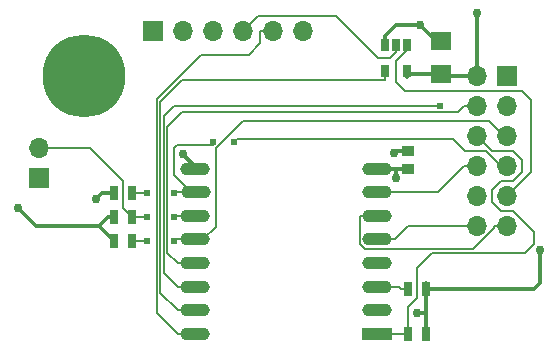
<source format=gbr>
G04 #@! TF.FileFunction,Copper,L1,Top,Signal*
%FSLAX46Y46*%
G04 Gerber Fmt 4.6, Leading zero omitted, Abs format (unit mm)*
G04 Created by KiCad (PCBNEW 4.0.5) date 04/03/17 14:36:26*
%MOMM*%
%LPD*%
G01*
G04 APERTURE LIST*
%ADD10C,0.100000*%
%ADD11R,0.635000X1.143000*%
%ADD12R,2.500000X1.100000*%
%ADD13O,2.500000X1.100000*%
%ADD14R,1.000800X0.899200*%
%ADD15R,1.803400X1.600200*%
%ADD16C,7.000000*%
%ADD17R,1.700000X1.700000*%
%ADD18O,1.700000X1.700000*%
%ADD19R,0.650000X1.060000*%
%ADD20C,0.762000*%
%ADD21C,0.609600*%
%ADD22C,0.304800*%
%ADD23C,0.152400*%
G04 APERTURE END LIST*
D10*
D11*
X161290000Y-117348000D03*
X162814000Y-117348000D03*
X161290000Y-115316000D03*
X162814000Y-115316000D03*
X161290000Y-119380000D03*
X162814000Y-119380000D03*
X186182000Y-123444000D03*
X187706000Y-123444000D03*
X186182000Y-127254000D03*
X187706000Y-127254000D03*
D12*
X183580000Y-127254000D03*
D13*
X183580000Y-125254000D03*
X183580000Y-123254000D03*
X183580000Y-121254000D03*
X183580000Y-119254000D03*
X183580000Y-117254000D03*
X183580000Y-115254000D03*
X183580000Y-113254000D03*
X168180000Y-113254000D03*
X168280000Y-115254000D03*
X168180000Y-117254000D03*
X168180000Y-119254000D03*
X168180000Y-121254000D03*
X168180000Y-123254000D03*
X168180000Y-125254000D03*
X168180000Y-127254000D03*
D14*
X186182000Y-113273800D03*
X186182000Y-111770200D03*
D15*
X188976000Y-105283000D03*
X188976000Y-102489000D03*
D16*
X158750000Y-105410000D03*
D17*
X154940000Y-114046000D03*
D18*
X154940000Y-111506000D03*
D17*
X194564000Y-105410000D03*
D18*
X192024000Y-105410000D03*
X194564000Y-107950000D03*
X192024000Y-107950000D03*
X194564000Y-110490000D03*
X192024000Y-110490000D03*
X194564000Y-113030000D03*
X192024000Y-113030000D03*
X194564000Y-115570000D03*
X192024000Y-115570000D03*
X194564000Y-118110000D03*
X192024000Y-118110000D03*
D19*
X186116000Y-102786000D03*
X185166000Y-102786000D03*
X184216000Y-102786000D03*
X184216000Y-104986000D03*
X186116000Y-104986000D03*
D17*
X164592000Y-101600000D03*
D18*
X167132000Y-101600000D03*
X169672000Y-101600000D03*
X172212000Y-101600000D03*
X174752000Y-101600000D03*
X177292000Y-101600000D03*
D20*
X159766000Y-115824000D03*
X167132000Y-112014000D03*
X187198000Y-101092000D03*
X185026500Y-111907900D03*
D21*
X164084000Y-117348000D03*
X166370000Y-117348000D03*
X164084000Y-119380000D03*
X166370000Y-119380000D03*
X164084000Y-115316000D03*
X166370000Y-115316000D03*
X171450000Y-110998000D03*
X169672000Y-110998000D03*
D20*
X153162000Y-116586000D03*
X185166000Y-114046000D03*
X186944000Y-125476000D03*
X197358000Y-120142000D03*
X192024000Y-100076000D03*
D21*
X188921100Y-107962400D03*
D22*
X161290000Y-115316000D02*
X160274000Y-115316000D01*
X160274000Y-115316000D02*
X159766000Y-115824000D01*
X168372000Y-113254000D02*
X167132000Y-112014000D01*
X168880000Y-113254000D02*
X168372000Y-113254000D01*
X188595000Y-102489000D02*
X187198000Y-101092000D01*
X188976000Y-102489000D02*
X188595000Y-102489000D01*
X184216000Y-102042000D02*
X184216000Y-102786000D01*
X185166000Y-101092000D02*
X184216000Y-102042000D01*
X187198000Y-101092000D02*
X185166000Y-101092000D01*
X186182000Y-111770200D02*
X185274900Y-111770200D01*
X185137200Y-111907900D02*
X185274900Y-111770200D01*
X185026500Y-111907900D02*
X185137200Y-111907900D01*
D23*
X196596000Y-113538000D02*
X194564000Y-115570000D01*
X196596000Y-107442000D02*
X196596000Y-113538000D01*
X195834000Y-106680000D02*
X196596000Y-107442000D01*
X185928000Y-106680000D02*
X195834000Y-106680000D01*
X185166000Y-105918000D02*
X185928000Y-106680000D01*
X185166000Y-104140000D02*
X185166000Y-105918000D01*
X186116000Y-103190000D02*
X185166000Y-104140000D01*
X186116000Y-102786000D02*
X186116000Y-103190000D01*
X186116000Y-102786000D02*
X186352000Y-102786000D01*
X167051100Y-105744900D02*
X184216000Y-105744900D01*
X165216100Y-107579900D02*
X167051100Y-105744900D01*
X165216100Y-123769000D02*
X165216100Y-107579900D01*
X166701100Y-125254000D02*
X165216100Y-123769000D01*
X168880000Y-125254000D02*
X166701100Y-125254000D01*
X184216000Y-104986000D02*
X184216000Y-105744900D01*
X162814000Y-117348000D02*
X162052000Y-116586000D01*
X159258000Y-111506000D02*
X154940000Y-111506000D01*
X162052000Y-114300000D02*
X159258000Y-111506000D01*
X162052000Y-116586000D02*
X162052000Y-114300000D01*
X168880000Y-117254000D02*
X166464000Y-117254000D01*
X164084000Y-117348000D02*
X162814000Y-117348000D01*
X166464000Y-117254000D02*
X166370000Y-117348000D01*
X168880000Y-119254000D02*
X166496000Y-119254000D01*
X164084000Y-119380000D02*
X162814000Y-119380000D01*
X166496000Y-119254000D02*
X166370000Y-119380000D01*
X169926000Y-118208000D02*
X168880000Y-119254000D01*
X169926000Y-111506000D02*
X169926000Y-118208000D01*
X170180000Y-111252000D02*
X169926000Y-111506000D01*
X170180000Y-111252000D02*
X170180000Y-111252000D01*
X172212000Y-109220000D02*
X170180000Y-111252000D01*
X193040000Y-109220000D02*
X172212000Y-109220000D01*
X194310000Y-110490000D02*
X193040000Y-109220000D01*
X194564000Y-110490000D02*
X194310000Y-110490000D01*
X182880000Y-127254000D02*
X186182000Y-127254000D01*
X193294000Y-111760000D02*
X192024000Y-110490000D01*
X195072000Y-111760000D02*
X193294000Y-111760000D01*
X195834000Y-112522000D02*
X195072000Y-111760000D01*
X195834000Y-113538000D02*
X195834000Y-112522000D01*
X195072000Y-114300000D02*
X195834000Y-113538000D01*
X194056000Y-114300000D02*
X195072000Y-114300000D01*
X193294000Y-115062000D02*
X194056000Y-114300000D01*
X193294000Y-116078000D02*
X193294000Y-115062000D01*
X194056000Y-116840000D02*
X193294000Y-116078000D01*
X195072000Y-116840000D02*
X194056000Y-116840000D01*
X196850000Y-118618000D02*
X195072000Y-116840000D01*
X196850000Y-119634000D02*
X196850000Y-118618000D01*
X196088000Y-120396000D02*
X196850000Y-119634000D01*
X188214000Y-120396000D02*
X196088000Y-120396000D01*
X186944000Y-121666000D02*
X188214000Y-120396000D01*
X186944000Y-124206000D02*
X186944000Y-121666000D01*
X186182000Y-124968000D02*
X186944000Y-124206000D01*
X186182000Y-127254000D02*
X186182000Y-124968000D01*
X168880000Y-115254000D02*
X166432000Y-115254000D01*
X164084000Y-115316000D02*
X162814000Y-115316000D01*
X166432000Y-115254000D02*
X166370000Y-115316000D01*
X169672000Y-111252000D02*
X169672000Y-110998000D01*
X166370000Y-113792000D02*
X166370000Y-111506000D01*
X166370000Y-111506000D02*
X166624000Y-111252000D01*
X166624000Y-111252000D02*
X169672000Y-111252000D01*
X167832000Y-115254000D02*
X166370000Y-113792000D01*
X192786000Y-111760000D02*
X194056000Y-113030000D01*
X191008000Y-111760000D02*
X192786000Y-111760000D01*
X189992000Y-110744000D02*
X191008000Y-111760000D01*
X171704000Y-110744000D02*
X189992000Y-110744000D01*
X171450000Y-110998000D02*
X171704000Y-110744000D01*
X194056000Y-113030000D02*
X194564000Y-113030000D01*
X168880000Y-115254000D02*
X167832000Y-115254000D01*
X188721100Y-115254000D02*
X182880000Y-115254000D01*
X190945100Y-113030000D02*
X188721100Y-115254000D01*
X192024000Y-113030000D02*
X190945100Y-113030000D01*
X164908700Y-111506000D02*
X164908700Y-107379300D01*
X173673100Y-101600000D02*
X174752000Y-101600000D01*
X173673100Y-101600000D02*
X173673100Y-102662900D01*
X172704000Y-103632000D02*
X173673100Y-102662900D01*
X168656000Y-103632000D02*
X172704000Y-103632000D01*
X164908700Y-107379300D02*
X168656000Y-103632000D01*
X164908700Y-125461600D02*
X166701100Y-127254000D01*
X164908700Y-111427300D02*
X164908700Y-111506000D01*
X164908700Y-111506000D02*
X164908700Y-125461600D01*
X168880000Y-127254000D02*
X166701100Y-127254000D01*
D22*
X160020000Y-118110000D02*
X161290000Y-119380000D01*
X154686000Y-118110000D02*
X160020000Y-118110000D01*
X153162000Y-116586000D02*
X154686000Y-118110000D01*
X160782000Y-117348000D02*
X161290000Y-117348000D01*
X160020000Y-118110000D02*
X160782000Y-117348000D01*
X187706000Y-125476000D02*
X186944000Y-125476000D01*
X185166000Y-114046000D02*
X185166000Y-113274000D01*
X196850000Y-123444000D02*
X187706000Y-123444000D01*
X197358000Y-122936000D02*
X196850000Y-123444000D01*
X197358000Y-120142000D02*
X197358000Y-122936000D01*
X192024000Y-105410000D02*
X192024000Y-100076000D01*
X189103000Y-105410000D02*
X188976000Y-105283000D01*
X192024000Y-105410000D02*
X189103000Y-105410000D01*
X186413000Y-105283000D02*
X186116000Y-104986000D01*
X188976000Y-105283000D02*
X186413000Y-105283000D01*
X186116000Y-105476000D02*
X186116000Y-104986000D01*
X182880000Y-113254000D02*
X183418000Y-113254000D01*
X182900000Y-113274000D02*
X182880000Y-113254000D01*
X185166000Y-113274000D02*
X182900000Y-113274000D01*
X187706000Y-123190000D02*
X187706000Y-123444000D01*
X187706000Y-125476000D02*
X187706000Y-127254000D01*
X187706000Y-123444000D02*
X187706000Y-125476000D01*
X187706000Y-122936000D02*
X187706000Y-123190000D01*
X187706000Y-123190000D02*
X187706000Y-123444000D01*
X186182000Y-113274000D02*
X186181800Y-113274000D01*
X186181800Y-113274000D02*
X185166000Y-113274000D01*
X186181800Y-113274000D02*
X186182000Y-113273800D01*
D23*
X192024000Y-107950000D02*
X190945100Y-107950000D01*
X168880000Y-121254000D02*
X166701100Y-121254000D01*
X190399000Y-108496100D02*
X190945100Y-107950000D01*
X167093900Y-108496100D02*
X190399000Y-108496100D01*
X165828100Y-109761900D02*
X167093900Y-108496100D01*
X165828100Y-120381000D02*
X165828100Y-109761900D01*
X166701100Y-121254000D02*
X165828100Y-120381000D01*
X186202900Y-118110000D02*
X185058900Y-119254000D01*
X192024000Y-118110000D02*
X186202900Y-118110000D01*
X182880000Y-119254000D02*
X185058900Y-119254000D01*
X182101100Y-119610900D02*
X182101100Y-117254000D01*
X182523200Y-120033000D02*
X182101100Y-119610900D01*
X191697000Y-120033000D02*
X182523200Y-120033000D01*
X193485100Y-118244900D02*
X191697000Y-120033000D01*
X193485100Y-118110000D02*
X193485100Y-118244900D01*
X194564000Y-118110000D02*
X193485100Y-118110000D01*
X182880000Y-117254000D02*
X182101100Y-117254000D01*
X168880000Y-123254000D02*
X166701100Y-123254000D01*
X188921100Y-107962500D02*
X188921100Y-107962400D01*
X166357500Y-107962500D02*
X188921100Y-107962500D01*
X165521300Y-108798700D02*
X166357500Y-107962500D01*
X165521300Y-122074200D02*
X165521300Y-108798700D01*
X166701100Y-123254000D02*
X165521300Y-122074200D01*
X185445600Y-123254000D02*
X185635600Y-123444000D01*
X182880000Y-123254000D02*
X185445600Y-123254000D01*
X186182000Y-123444000D02*
X185635600Y-123444000D01*
X173482000Y-100330000D02*
X172212000Y-101600000D01*
X180086000Y-100330000D02*
X173482000Y-100330000D01*
X183642000Y-103886000D02*
X180086000Y-100330000D01*
X184658000Y-103886000D02*
X183642000Y-103886000D01*
X185166000Y-103378000D02*
X184658000Y-103886000D01*
X185166000Y-102786000D02*
X185166000Y-103378000D01*
M02*

</source>
